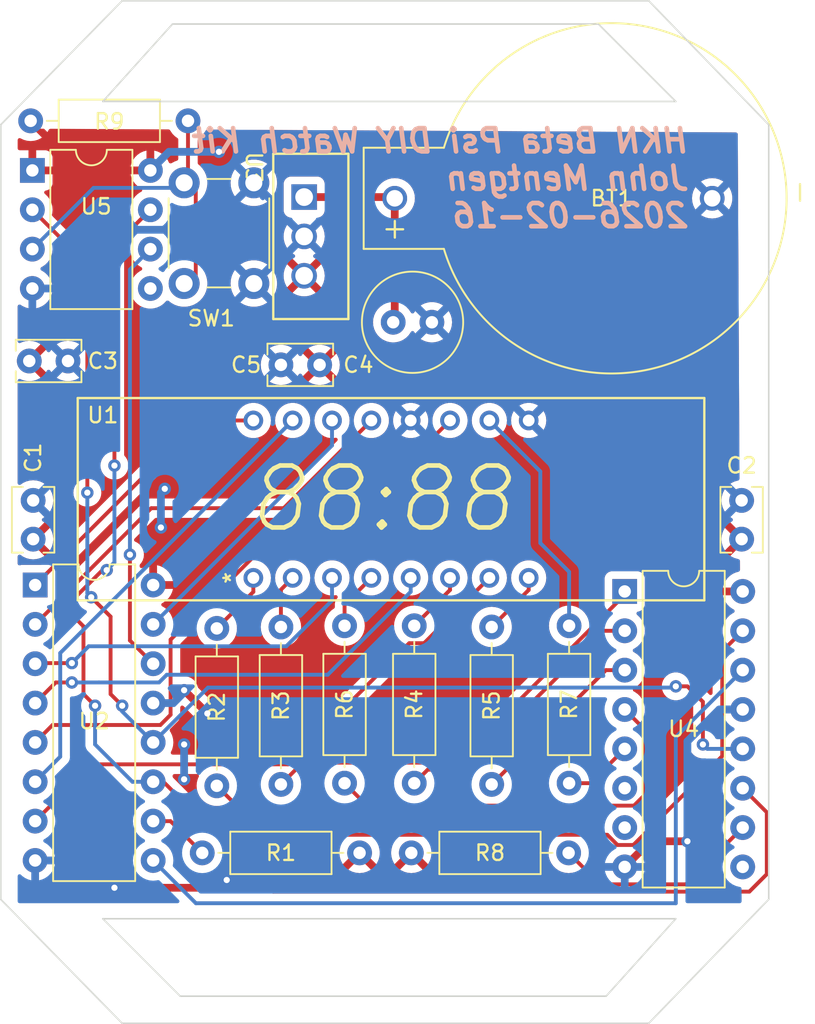
<source format=kicad_pcb>
(kicad_pcb (version 20221018) (generator pcbnew)
  (layers (0 "F.Cu" signal) (31 "B.Cu" signal) (34 "B.Paste" user) (35 "F.Paste" user) (36 "B.SilkS" user "B.Silkscreen") (37 "F.SilkS" user "F.Silkscreen") (38 "B.Mask" user) (39 "F.Mask" user) (44 "Edge.Cuts" user))
  (net 0 "")
  (net 1 "GND")
  (net 2 "+5V")
  (net 3 "Net-(U2-~{SRCLR})")
  (net 4 "Net-(U1-D1_CA)")
  (net 5 "/LED_D1CA")
  (net 6 "Net-(U1-D2_CA)")
  (net 7 "/LED_D2CA")
  (net 8 "Net-(U1-D3_CA)")
  (net 9 "/LED_D3CA")
  (net 10 "Net-(U1-D4_CA)")
  (net 11 "/LED_D4CA")
  (net 12 "Net-(U1-L1,2A)")
  (net 13 "/LED_L1,2A")
  (net 14 "Net-(U1-L3A)")
  (net 15 "/LED_L3A")
  (net 16 "Net-(U4-~{SRCLR})")
  (net 17 "/LED_nD")
  (net 18 "/LED_nE")
  (net 19 "/LED_nDP")
  (net 20 "/LED_nF")
  (net 21 "/LED_nC")
  (net 22 "/LED_nA")
  (net 23 "/LED_nG")
  (net 24 "/LED_nB")
  (net 25 "/SR_SEG_OUT")
  (net 26 "/uC_USCK")
  (net 27 "/uC_RCLK")
  (net 28 "/uC_DO")
  (net 32 "/uC_nUSR")
  (net 33 "/uC_DI")
  (net 34 "/VBATT")
  (footprint "Capacitor_THT:C_Rect_L4.0mm_W2.5mm_P2.50mm" (layer "F.Cu") (at 124 77.5)
    (fp_text reference "C3" (at 4.75 0) (layer "F.SilkS"))
    (fp_text value "100n")
    (fp_line (start -0.87 -1.37) (end -0.87 -0.665) (stroke (width 0.12)) (layer "F.SilkS"))
    (fp_line (start -0.87 -1.37) (end 3.37 -1.37) (stroke (width 0.12)) (layer "F.SilkS"))
    (fp_line (start -0.87 0.665) (end -0.87 1.37) (stroke (width 0.12)) (layer "F.SilkS"))
    (fp_line (start -0.87 1.37) (end 3.37 1.37) (stroke (width 0.12)) (layer "F.SilkS"))
    (fp_line (start 3.37 -1.37) (end 3.37 -0.665) (stroke (width 0.12)) (layer "F.SilkS"))
    (fp_line (start 3.37 0.665) (end 3.37 1.37) (stroke (width 0.12)) (layer "F.SilkS"))
    (pad "1" thru_hole circle (at 0 0) (size 1.6 1.6) (drill 0.8) (layers "*.Cu" "*.Mask") (net 2 "+5V"))
    (pad "2" thru_hole circle (at 2.5 0) (size 1.6 1.6) (drill 0.8) (layers "*.Cu" "*.Mask") (net 1 "GND"))
  )
  (footprint "Capacitor_THT:C_Radial_D6.3mm_H7.0mm_P2.50mm" (layer "F.Cu") (at 147.5 75)
    (fp_text reference "C4" (at -2.25 2.75 -360) (layer "F.SilkS"))
    (fp_text value "330n")
    (fp_circle (center 1.25 0) (end 4.52 0) (stroke (width 0.12)) (fill none) (layer "F.SilkS"))
    (pad "1" thru_hole circle (at 0 0) (size 1.6 1.6) (drill 0.8) (layers "*.Cu" "*.Mask") (net 34 "/VBATT"))
    (pad "2" thru_hole circle (at 2.5 0) (size 1.6 1.6) (drill 0.8) (layers "*.Cu" "*.Mask") (net 1 "GND"))
  )
  (footprint "Resistor_THT:R_Axial_DIN0207_L6.3mm_D2.5mm_P10.16mm_Horizontal" (layer "F.Cu") (at 124.09 62)
    (fp_text reference "R9" (at 5.08 0.05) (layer "F.SilkS"))
    (fp_text value "1k")
    (fp_line (start 1.04 0) (end 1.81 0) (stroke (width 0.12)) (layer "F.SilkS"))
    (fp_line (start 1.81 -1.37) (end 1.81 1.37) (stroke (width 0.12)) (layer "F.SilkS"))
    (fp_line (start 1.81 1.37) (end 8.35 1.37) (stroke (width 0.12)) (layer "F.SilkS"))
    (fp_line (start 8.35 -1.37) (end 1.81 -1.37) (stroke (width 0.12)) (layer "F.SilkS"))
    (fp_line (start 8.35 1.37) (end 8.35 -1.37) (stroke (width 0.12)) (layer "F.SilkS"))
    (fp_line (start 9.12 0) (end 8.35 0) (stroke (width 0.12)) (layer "F.SilkS"))
    (pad "1" thru_hole circle (at 0 0) (size 1.6 1.6) (drill 0.8) (layers "*.Cu" "*.Mask") (net 2 "+5V"))
    (pad "2" thru_hole oval (at 10.16 0) (size 1.6 1.6) (drill 0.8) (layers "*.Cu" "*.Mask") (net 32 "/uC_nUSR"))
  )
  (footprint "Resistor_THT:R_Axial_DIN0207_L6.3mm_D2.5mm_P10.16mm_Horizontal" (layer "F.Cu") (at 136.11 94.76 -90)
    (fp_text reference "R2" (at 5.08 0 90) (layer "F.SilkS"))
    (fp_text value "1k")
    (fp_line (start 1.04 0) (end 1.81 0) (stroke (width 0.12)) (layer "F.SilkS"))
    (fp_line (start 1.81 -1.37) (end 1.81 1.37) (stroke (width 0.12)) (layer "F.SilkS"))
    (fp_line (start 1.81 1.37) (end 8.35 1.37) (stroke (width 0.12)) (layer "F.SilkS"))
    (fp_line (start 8.35 -1.37) (end 1.81 -1.37) (stroke (width 0.12)) (layer "F.SilkS"))
    (fp_line (start 8.35 1.37) (end 8.35 -1.37) (stroke (width 0.12)) (layer "F.SilkS"))
    (fp_line (start 9.12 0) (end 8.35 0) (stroke (width 0.12)) (layer "F.SilkS"))
    (pad "1" thru_hole circle (at 0 0 270) (size 1.6 1.6) (drill 0.8) (layers "*.Cu" "*.Mask") (net 4 "Net-(U1-D1_CA)"))
    (pad "2" thru_hole oval (at 10.16 0 270) (size 1.6 1.6) (drill 0.8) (layers "*.Cu" "*.Mask") (net 5 "/LED_D1CA"))
  )
  (footprint "Capacitor_THT:C_Rect_L4.0mm_W2.5mm_P2.50mm" (layer "F.Cu") (at 142.75 77.75 180)
    (fp_text reference "C5" (at 4.75 0) (layer "F.SilkS"))
    (fp_text value "100n")
    (fp_line (start -0.87 -1.37) (end -0.87 -0.665) (stroke (width 0.12)) (layer "F.SilkS"))
    (fp_line (start -0.87 -1.37) (end 3.37 -1.37) (stroke (width 0.12)) (layer "F.SilkS"))
    (fp_line (start -0.87 0.665) (end -0.87 1.37) (stroke (width 0.12)) (layer "F.SilkS"))
    (fp_line (start -0.87 1.37) (end 3.37 1.37) (stroke (width 0.12)) (layer "F.SilkS"))
    (fp_line (start 3.37 -1.37) (end 3.37 -0.665) (stroke (width 0.12)) (layer "F.SilkS"))
    (fp_line (start 3.37 0.665) (end 3.37 1.37) (stroke (width 0.12)) (layer "F.SilkS"))
    (pad "1" thru_hole circle (at 0 0 180) (size 1.6 1.6) (drill 0.8) (layers "*.Cu" "*.Mask") (net 2 "+5V"))
    (pad "2" thru_hole circle (at 2.5 0 180) (size 1.6 1.6) (drill 0.8) (layers "*.Cu" "*.Mask") (net 1 "GND"))
  )
  (footprint "Resistor_THT:R_Axial_DIN0207_L6.3mm_D2.5mm_P10.16mm_Horizontal" (layer "F.Cu") (at 144.36 94.59 -90)
    (fp_text reference "R6" (at 5.08 0 90) (layer "F.SilkS"))
    (fp_text value "1k")
    (fp_line (start 1.04 0) (end 1.81 0) (stroke (width 0.12)) (layer "F.SilkS"))
    (fp_line (start 1.81 -1.37) (end 1.81 1.37) (stroke (width 0.12)) (layer "F.SilkS"))
    (fp_line (start 1.81 1.37) (end 8.35 1.37) (stroke (width 0.12)) (layer "F.SilkS"))
    (fp_line (start 8.35 -1.37) (end 1.81 -1.37) (stroke (width 0.12)) (layer "F.SilkS"))
    (fp_line (start 8.35 1.37) (end 8.35 -1.37) (stroke (width 0.12)) (layer "F.SilkS"))
    (fp_line (start 9.12 0) (end 8.35 0) (stroke (width 0.12)) (layer "F.SilkS"))
    (pad "1" thru_hole circle (at 0 0 270) (size 1.6 1.6) (drill 0.8) (layers "*.Cu" "*.Mask") (net 12 "Net-(U1-L1,2A)"))
    (pad "2" thru_hole oval (at 10.16 0 270) (size 1.6 1.6) (drill 0.8) (layers "*.Cu" "*.Mask") (net 13 "/LED_L1,2A"))
  )
  (footprint "Display_7Segment:TDCG1060M_VIS" (layer "F.Cu") (at 138.47 91.5 90)
    (fp_text reference "U1" (at 10.5 -9.72 unlocked) (layer "F.SilkS"))
    (fp_text value "TDCR1050M")
    (fp_text user "*" (at 0 -1.397 90) (layer "F.SilkS"))
    (fp_line (start -1.4478 -11.3411) (end -1.4478 29.1211) (stroke (width 0.1524)) (layer "F.SilkS"))
    (fp_line (start -1.4478 29.1211) (end 11.6078 29.1211) (stroke (width 0.1524)) (layer "F.SilkS"))
    (fp_line (start 11.6078 -11.3411) (end -1.4478 -11.3411) (stroke (width 0.1524)) (layer "F.SilkS"))
    (fp_line (start 11.6078 29.1211) (end 11.6078 -11.3411) (stroke (width 0.1524)) (layer "F.SilkS"))
    (pad "1" thru_hole circle (at 0 0 90) (size 1.27 1.27) (drill 0.762) (layers "*.Cu" "*.Mask") (net 4 "Net-(U1-D1_CA)"))
    (pad "2" thru_hole circle (at 0 2.54 90) (size 1.27 1.27) (drill 0.762) (layers "*.Cu" "*.Mask") (net 6 "Net-(U1-D2_CA)"))
    (pad "3" thru_hole circle (at 0 5.08 90) (size 1.27 1.27) (drill 0.762) (layers "*.Cu" "*.Mask") (net 17 "/LED_nD"))
    (pad "4" thru_hole circle (at 0 7.62 90) (size 1.27 1.27) (drill 0.762) (layers "*.Cu" "*.Mask") (net 12 "Net-(U1-L1,2A)"))
    (pad "5" thru_hole circle (at 0 10.16 90) (size 1.27 1.27) (drill 0.762) (layers "*.Cu" "*.Mask") (net 18 "/LED_nE"))
    (pad "6" thru_hole circle (at 0 12.7 90) (size 1.27 1.27) (drill 0.762) (layers "*.Cu" "*.Mask") (net 8 "Net-(U1-D3_CA)"))
    (pad "7" thru_hole circle (at 0 15.24 90) (size 1.27 1.27) (drill 0.762) (layers "*.Cu" "*.Mask") (net 19 "/LED_nDP"))
    (pad "8" thru_hole circle (at 0 17.78 90) (size 1.27 1.27) (drill 0.762) (layers "*.Cu" "*.Mask") (net 10 "Net-(U1-D4_CA)"))
    (pad "9" thru_hole circle (at 10.16 17.78 90) (size 1.27 1.27) (drill 0.762) (layers "*.Cu" "*.Mask") (net 1 "GND"))
    (pad "10" thru_hole circle (at 10.16 15.24 90) (size 1.27 1.27) (drill 0.762) (layers "*.Cu" "*.Mask") (net 14 "Net-(U1-L3A)"))
    (pad "11" thru_hole circle (at 10.16 12.7 90) (size 1.27 1.27) (drill 0.762) (layers "*.Cu" "*.Mask") (net 20 "/LED_nF"))
    (pad "12" thru_hole circle (at 10.16 10.16 90) (size 1.27 1.27) (drill 0.762) (layers "*.Cu" "*.Mask") (net 1 "GND"))
    (pad "13" thru_hole circle (at 10.16 7.62 90) (size 1.27 1.27) (drill 0.762) (layers "*.Cu" "*.Mask") (net 21 "/LED_nC"))
    (pad "14" thru_hole circle (at 10.16 5.08 90) (size 1.27 1.27) (drill 0.762) (layers "*.Cu" "*.Mask") (net 22 "/LED_nA"))
    (pad "15" thru_hole circle (at 10.16 2.54 90) (size 1.27 1.27) (drill 0.762) (layers "*.Cu" "*.Mask") (net 23 "/LED_nG"))
    (pad "16" thru_hole circle (at 10.16 0 90) (size 1.27 1.27) (drill 0.762) (layers "*.Cu" "*.Mask") (net 24 "/LED_nB"))
  )
  (footprint "Package_DIP:DIP-16_W7.62mm" (layer "F.Cu") (at 162.45 92.375)
    (fp_text reference "U4" (at 3.81 8.875) (layer "F.SilkS"))
    (fp_text value "74AHCT595")
    (fp_line (start 1.16 -1.33) (end 1.16 19.11) (stroke (width 0.12)) (layer "F.SilkS"))
    (fp_line (start 1.16 19.11) (end 6.46 19.11) (stroke (width 0.12)) (layer "F.SilkS"))
    (fp_line (start 2.81 -1.33) (end 1.16 -1.33) (stroke (width 0.12)) (layer "F.SilkS"))
    (fp_line (start 6.46 -1.33) (end 4.81 -1.33) (stroke (width 0.12)) (layer "F.SilkS"))
    (fp_line (start 6.46 19.11) (end 6.46 -1.33) (stroke (width 0.12)) (layer "F.SilkS"))
    (fp_arc (start 4.81 -1.33) (mid 3.81 -0.33) (end 2.81 -1.33) (stroke (width 0.12)) (layer "F.SilkS"))
    (pad "1" thru_hole rect (at 0 0) (size 1.6 1.6) (drill 0.8) (layers "*.Cu" "*.Mask") (net 7 "/LED_D2CA"))
    (pad "2" thru_hole oval (at 0 2.54) (size 1.6 1.6) (drill 0.8) (layers "*.Cu" "*.Mask") (net 9 "/LED_D3CA"))
    (pad "3" thru_hole oval (at 0 5.08) (size 1.6 1.6) (drill 0.8) (layers "*.Cu" "*.Mask") (net 11 "/LED_D4CA"))
    (pad "4" thru_hole oval (at 0 7.62) (size 1.6 1.6) (drill 0.8) (layers "*.Cu" "*.Mask") (net 13 "/LED_L1,2A"))
    (pad "5" thru_hole oval (at 0 10.16) (size 1.6 1.6) (drill 0.8) (layers "*.Cu" "*.Mask") (net 15 "/LED_L3A"))
    (pad "6" thru_hole oval (at 0 12.7) (size 1.6 1.6) (drill 0.8) (layers "*.Cu" "*.Mask"))
    (pad "7" thru_hole oval (at 0 15.24) (size 1.6 1.6) (drill 0.8) (layers "*.Cu" "*.Mask"))
    (pad "8" thru_hole oval (at 0 17.78) (size 1.6 1.6) (drill 0.8) (layers "*.Cu" "*.Mask") (net 1 "GND"))
    (pad "9" thru_hole oval (at 7.62 17.78) (size 1.6 1.6) (drill 0.8) (layers "*.Cu" "*.Mask"))
    (pad "10" thru_hole oval (at 7.62 15.24) (size 1.6 1.6) (drill 0.8) (layers "*.Cu" "*.Mask") (net 16 "Net-(U4-~{SRCLR})"))
    (pad "11" thru_hole oval (at 7.62 12.7) (size 1.6 1.6) (drill 0.8) (layers "*.Cu" "*.Mask") (net 26 "/uC_USCK"))
    (pad "12" thru_hole oval (at 7.62 10.16) (size 1.6 1.6) (drill 0.8) (layers "*.Cu" "*.Mask") (net 27 "/uC_RCLK"))
    (pad "13" thru_hole oval (at 7.62 7.62) (size 1.6 1.6) (drill 0.8) (layers "*.Cu" "*.Mask") (net 1 "GND"))
    (pad "14" thru_hole oval (at 7.62 5.08) (size 1.6 1.6) (drill 0.8) (layers "*.Cu" "*.Mask") (net 25 "/SR_SEG_OUT"))
    (pad "15" thru_hole oval (at 7.62 2.54) (size 1.6 1.6) (drill 0.8) (layers "*.Cu" "*.Mask") (net 5 "/LED_D1CA"))
    (pad "16" thru_hole oval (at 7.62 0) (size 1.6 1.6) (drill 0.8) (layers "*.Cu" "*.Mask") (net 2 "+5V"))
  )
  (footprint "Package_DIP:DIP-8_W7.62mm" (layer "F.Cu") (at 124.2 65.2)
    (fp_text reference "U5" (at 4.12 2.33) (layer "F.SilkS"))
    (fp_text value "ATtiny85-20P")
    (fp_line (start 1.16 -1.33) (end 1.16 8.95) (stroke (width 0.12)) (layer "F.SilkS"))
    (fp_line (start 1.16 8.95) (end 6.46 8.95) (stroke (width 0.12)) (layer "F.SilkS"))
    (fp_line (start 2.81 -1.33) (end 1.16 -1.33) (stroke (width 0.12)) (layer "F.SilkS"))
    (fp_line (start 6.46 -1.33) (end 4.81 -1.33) (stroke (width 0.12)) (layer "F.SilkS"))
    (fp_line (start 6.46 8.95) (end 6.46 -1.33) (stroke (width 0.12)) (layer "F.SilkS"))
    (fp_arc (start 4.81 -1.33) (mid 3.81 -0.33) (end 2.81 -1.33) (stroke (width 0.12)) (layer "F.SilkS"))
    (pad "1" thru_hole rect (at 0 0) (size 1.6 1.6) (drill 0.8) (layers "*.Cu" "*.Mask") (net 2 "+5V"))
    (pad "2" thru_hole oval (at 0 2.54) (size 1.6 1.6) (drill 0.8) (layers "*.Cu" "*.Mask") (net 27 "/uC_RCLK"))
    (pad "3" thru_hole oval (at 0 5.08) (size 1.6 1.6) (drill 0.8) (layers "*.Cu" "*.Mask") (net 32 "/uC_nUSR"))
    (pad "4" thru_hole oval (at 0 7.62) (size 1.6 1.6) (drill 0.8) (layers "*.Cu" "*.Mask") (net 1 "GND"))
    (pad "5" thru_hole oval (at 7.62 7.62) (size 1.6 1.6) (drill 0.8) (layers "*.Cu" "*.Mask") (net 33 "/uC_DI"))
    (pad "6" thru_hole oval (at 7.62 5.08) (size 1.6 1.6) (drill 0.8) (layers "*.Cu" "*.Mask") (net 28 "/uC_DO"))
    (pad "7" thru_hole oval (at 7.62 2.54) (size 1.6 1.6) (drill 0.8) (layers "*.Cu" "*.Mask") (net 26 "/uC_USCK"))
    (pad "8" thru_hole oval (at 7.62 0) (size 1.6 1.6) (drill 0.8) (layers "*.Cu" "*.Mask") (net 2 "+5V"))
  )
  (footprint "3rd Party Footprints:TO-220_STM" (layer "F.Cu") (at 141.75 66.92 -90)
    (fp_text reference "U3" (at -1.92 3.25 -90 unlocked) (layer "F.SilkS"))
    (fp_text value "L78M05ABV")
    (fp_line (start -2.794 -2.8575) (end -2.794 1.9939) (stroke (width 0.1524)) (layer "F.SilkS"))
    (fp_line (start -2.794 1.9939) (end 7.874 1.9939) (stroke (width 0.1524)) (layer "F.SilkS"))
    (fp_line (start 7.874 -2.8575) (end -2.794 -2.8575) (stroke (width 0.1524)) (layer "F.SilkS"))
    (fp_line (start 7.874 1.9939) (end 7.874 -2.8575) (stroke (width 0.1524)) (layer "F.SilkS"))
    (pad "1" thru_hole rect (at 0 0 270) (size 1.651 1.651) (drill 1.143) (layers "*.Cu" "*.Mask") (net 34 "/VBATT"))
    (pad "2" thru_hole circle (at 2.54 0 270) (size 1.651 1.651) (drill 1.143) (layers "*.Cu" "*.Mask") (net 1 "GND"))
    (pad "3" thru_hole circle (at 5.08 0 270) (size 1.651 1.651) (drill 1.143) (layers "*.Cu" "*.Mask") (net 2 "+5V"))
  )
  (footprint "Resistor_THT:R_Axial_DIN0207_L6.3mm_D2.5mm_P10.16mm_Horizontal" (layer "F.Cu") (at 145.33 109.25 180)
    (fp_text reference "R1" (at 5.08 0) (layer "F.SilkS"))
    (fp_text value "1k")
    (fp_line (start 1.04 0) (end 1.81 0) (stroke (width 0.12)) (layer "F.SilkS"))
    (fp_line (start 1.81 -1.37) (end 1.81 1.37) (stroke (width 0.12)) (layer "F.SilkS"))
    (fp_line (start 1.81 1.37) (end 8.35 1.37) (stroke (width 0.12)) (layer "F.SilkS"))
    (fp_line (start 8.35 -1.37) (end 1.81 -1.37) (stroke (width 0.12)) (layer "F.SilkS"))
    (fp_line (start 8.35 1.37) (end 8.35 -1.37) (stroke (width 0.12)) (layer "F.SilkS"))
    (fp_line (start 9.12 0) (end 8.35 0) (stroke (width 0.12)) (layer "F.SilkS"))
    (pad "1" thru_hole circle (at 0 0 180) (size 1.6 1.6) (drill 0.8) (layers "*.Cu" "*.Mask") (net 2 "+5V"))
    (pad "2" thru_hole oval (at 10.16 0 180) (size 1.6 1.6) (drill 0.8) (layers "*.Cu" "*.Mask") (net 3 "Net-(U2-~{SRCLR})"))
  )
  (footprint "Capacitor_THT:C_Rect_L4.0mm_W2.5mm_P2.50mm" (layer "F.Cu") (at 170 89 90)
    (fp_text reference "C2" (at 4.75 0) (layer "F.SilkS"))
    (fp_text value "100n")
    (fp_line (start -0.87 -1.37) (end -0.87 -0.665) (stroke (width 0.12)) (layer "F.SilkS"))
    (fp_line (start -0.87 -1.37) (end 3.37 -1.37) (stroke (width 0.12)) (layer "F.SilkS"))
    (fp_line (start -0.87 0.665) (end -0.87 1.37) (stroke (width 0.12)) (layer "F.SilkS"))
    (fp_line (start -0.87 1.37) (end 3.37 1.37) (stroke (width 0.12)) (layer "F.SilkS"))
    (fp_line (start 3.37 -1.37) (end 3.37 -0.665) (stroke (width 0.12)) (layer "F.SilkS"))
    (fp_line (start 3.37 0.665) (end 3.37 1.37) (stroke (width 0.12)) (layer "F.SilkS"))
    (pad "1" thru_hole circle (at 0 0 90) (size 1.6 1.6) (drill 0.8) (layers "*.Cu" "*.Mask") (net 2 "+5V"))
    (pad "2" thru_hole circle (at 2.5 0 90) (size 1.6 1.6) (drill 0.8) (layers "*.Cu" "*.Mask") (net 1 "GND"))
  )
  (footprint "Resistor_THT:R_Axial_DIN0207_L6.3mm_D2.5mm_P10.16mm_Horizontal" (layer "F.Cu") (at 148.86 94.59 -90)
    (fp_text reference "R4" (at 5.08 0 90) (layer "F.SilkS"))
    (fp_text value "1k")
    (fp_line (start 1.04 0) (end 1.81 0) (stroke (width 0.12)) (layer "F.SilkS"))
    (fp_line (start 1.81 -1.37) (end 1.81 1.37) (stroke (width 0.12)) (layer "F.SilkS"))
    (fp_line (start 1.81 1.37) (end 8.35 1.37) (stroke (width 0.12)) (layer "F.SilkS"))
    (fp_line (start 8.35 -1.37) (end 1.81 -1.37) (stroke (width 0.12)) (layer "F.SilkS"))
    (fp_line (start 8.35 1.37) (end 8.35 -1.37) (stroke (width 0.12)) (layer "F.SilkS"))
    (fp_line (start 9.12 0) (end 8.35 0) (stroke (width 0.12)) (layer "F.SilkS"))
    (pad "1" thru_hole circle (at 0 0 270) (size 1.6 1.6) (drill 0.8) (layers "*.Cu" "*.Mask") (net 8 "Net-(U1-D3_CA)"))
    (pad "2" thru_hole oval (at 10.16 0 270) (size 1.6 1.6) (drill 0.8) (layers "*.Cu" "*.Mask") (net 9 "/LED_D3CA"))
  )
  (footprint "3rd Party Footprints:BAT_BH800S" (layer "F.Cu") (at 161.6 67 -90)
    (fp_text reference "BT1" (at 0.000142 0.000834 -180) (layer "F.SilkS"))
    (fp_text value "BH800S")
    (fp_text user "+" (at 2 14.1 90) (layer "F.SilkS") (effects (font (size 1.4 1.4))))
    (fp_text user "-" (at -0.381 -12.065 90) (layer "F.SilkS") (effects (font (size 1.4 1.4))))
    (fp_line (start -3.265 10.825) (end -3.265 16.005) (stroke (width 0.127)) (layer "F.SilkS"))
    (fp_line (start -3.265 16.005) (end 3.265 16.005) (stroke (width 0.127)) (layer "F.SilkS"))
    (fp_line (start 3.265 16.005) (end 3.265 10.825) (stroke (width 0.127)) (layer "F.SilkS"))
    (fp_arc (start -3.265 10.825) (mid -11.1849 -1.649334) (end -0.000001 -11.304999) (stroke (width 0.127)) (layer "F.SilkS"))
    (fp_arc (start 0.000001 -11.304999) (mid 11.1849 -1.649334) (end 3.265 10.825) (stroke (width 0.127)) (layer "F.SilkS"))
    (pad "+" thru_hole circle (at 0 14 270) (size 1.6002 1.6002) (drill 1.0668) (layers "*.Cu" "*.Mask") (net 34 "/VBATT"))
    (pad "-" thru_hole circle (at 0 -6.5 270) (size 1.6002 1.6002) (drill 1.0668) (layers "*.Cu" "*.Mask") (net 1 "GND"))
  )
  (footprint "Resistor_THT:R_Axial_DIN0207_L6.3mm_D2.5mm_P10.16mm_Horizontal" (layer "F.Cu") (at 153.86 94.67 -90)
    (fp_text reference "R5" (at 5.08 0 90) (layer "F.SilkS"))
    (fp_text value "1k")
    (fp_line (start 1.04 0) (end 1.81 0) (stroke (width 0.12)) (layer "F.SilkS"))
    (fp_line (start 1.81 -1.37) (end 1.81 1.37) (stroke (width 0.12)) (layer "F.SilkS"))
    (fp_line (start 1.81 1.37) (end 8.35 1.37) (stroke (width 0.12)) (layer "F.SilkS"))
    (fp_line (start 8.35 -1.37) (end 1.81 -1.37) (stroke (width 0.12)) (layer "F.SilkS"))
    (fp_line (start 8.35 1.37) (end 8.35 -1.37) (stroke (width 0.12)) (layer "F.SilkS"))
    (fp_line (start 9.12 0) (end 8.35 0) (stroke (width 0.12)) (layer "F.SilkS"))
    (pad "1" thru_hole circle (at 0 0 270) (size 1.6 1.6) (drill 0.8) (layers "*.Cu" "*.Mask") (net 10 "Net-(U1-D4_CA)"))
    (pad "2" thru_hole oval (at 10.16 0 270) (size 1.6 1.6) (drill 0.8) (layers "*.Cu" "*.Mask") (net 11 "/LED_D4CA"))
  )
  (footprint "Resistor_THT:R_Axial_DIN0207_L6.3mm_D2.5mm_P10.16mm_Horizontal" (layer "F.Cu") (at 158.86 94.59 -90)
    (fp_text reference "R7" (at 5.08 0 90) (layer "F.SilkS"))
    (fp_text value "1k")
    (fp_line (start 1.04 0) (end 1.81 0) (stroke (width 0.12)) (layer "F.SilkS"))
    (fp_line (start 1.81 -1.37) (end 1.81 1.37) (stroke (width 0.12)) (layer "F.SilkS"))
    (fp_line (start 1.81 1.37) (end 8.35 1.37) (stroke (width 0.12)) (layer "F.SilkS"))
    (fp_line (start 8.35 -1.37) (end 1.81 -1.37) (stroke (width 0.12)) (layer "F.SilkS"))
    (fp_line (start 8.35 1.37) (end 8.35 -1.37) (stroke (width 0.12)) (layer "F.SilkS"))
    (fp_line (start 9.12 0) (end 8.35 0) (stroke (width 0.12)) (layer "F.SilkS"))
    (pad "1" thru_hole circle (at 0 0 270) (size 1.6 1.6) (drill 0.8) (layers "*.Cu" "*.Mask") (net 14 "Net-(U1-L3A)"))
    (pad "2" thru_hole oval (at 10.16 0 270) (size 1.6 1.6) (drill 0.8) (layers "*.Cu" "*.Mask") (net 15 "/LED_L3A"))
  )
  (footprint "Package_DIP:DIP-16_W7.62mm" (layer "F.Cu") (at 124.38 91.96)
    (fp_text reference "U2" (at 3.81 8.79) (layer "F.SilkS"))
    (fp_text value "74AHCT595")
    (fp_line (start 1.16 -1.33) (end 1.16 19.11) (stroke (width 0.12)) (layer "F.SilkS"))
    (fp_line (start 1.16 19.11) (end 6.46 19.11) (stroke (width 0.12)) (layer "F.SilkS"))
    (fp_line (start 2.81 -1.33) (end 1.16 -1.33) (stroke (width 0.12)) (layer "F.SilkS"))
    (fp_line (start 6.46 -1.33) (end 4.81 -1.33) (stroke (width 0.12)) (layer "F.SilkS"))
    (fp_line (start 6.46 19.11) (end 6.46 -1.33) (stroke (width 0.12)) (layer "F.SilkS"))
    (fp_arc (start 4.81 -1.33) (mid 3.81 -0.33) (end 2.81 -1.33) (stroke (width 0.12)) (layer "F.SilkS"))
    (pad "1" thru_hole rect (at 0 0) (size 1.6 1.6) (drill 0.8) (layers "*.Cu" "*.Mask") (net 24 "/LED_nB"))
    (pad "2" thru_hole oval (at 0 2.54) (size 1.6 1.6) (drill 0.8) (layers "*.Cu" "*.Mask") (net 21 "/LED_nC"))
    (pad "3" thru_hole oval (at 0 5.08) (size 1.6 1.6) (drill 0.8) (layers "*.Cu" "*.Mask") (net 17 "/LED_nD"))
    (pad "4" thru_hole oval (at 0 7.62) (size 1.6 1.6) (drill 0.8) (layers "*.Cu" "*.Mask") (net 18 "/LED_nE"))
    (pad "5" thru_hole oval (at 0 10.16) (size 1.6 1.6) (drill 0.8) (layers "*.Cu" "*.Mask") (net 20 "/LED_nF"))
    (pad "6" thru_hole oval (at 0 12.7) (size 1.6 1.6) (drill 0.8) (layers "*.Cu" "*.Mask") (net 23 "/LED_nG"))
    (pad "7" thru_hole oval (at 0 15.24) (size 1.6 1.6) (drill 0.8) (layers "*.Cu" "*.Mask") (net 19 "/LED_nDP"))
    (pad "8" thru_hole oval (at 0 17.78) (size 1.6 1.6) (drill 0.8) (layers "*.Cu" "*.Mask") (net 1 "GND"))
    (pad "9" thru_hole oval (at 7.62 17.78) (size 1.6 1.6) (drill 0.8) (layers "*.Cu" "*.Mask") (net 25 "/SR_SEG_OUT"))
    (pad "10" thru_hole oval (at 7.62 15.24) (size 1.6 1.6) (drill 0.8) (layers "*.Cu" "*.Mask") (net 3 "Net-(U2-~{SRCLR})"))
    (pad "11" thru_hole oval (at 7.62 12.7) (size 1.6 1.6) (drill 0.8) (layers "*.Cu" "*.Mask") (net 26 "/uC_USCK"))
    (pad "12" thru_hole oval (at 7.62 10.16) (size 1.6 1.6) (drill 0.8) (layers "*.Cu" "*.Mask") (net 27 "/uC_RCLK"))
    (pad "13" thru_hole oval (at 7.62 7.62) (size 1.6 1.6) (drill 0.8) (layers "*.Cu" "*.Mask") (net 1 "GND"))
    (pad "14" thru_hole oval (at 7.62 5.08) (size 1.6 1.6) (drill 0.8) (layers "*.Cu" "*.Mask") (net 28 "/uC_DO"))
    (pad "15" thru_hole oval (at 7.62 2.54) (size 1.6 1.6) (drill 0.8) (layers "*.Cu" "*.Mask") (net 22 "/LED_nA"))
    (pad "16" thru_hole oval (at 7.62 0) (size 1.6 1.6) (drill 0.8) (layers "*.Cu" "*.Mask") (net 2 "+5V"))
  )
  (footprint "Button_Switch_THT:SW_PUSH_6mm" (layer "F.Cu") (at 134 72.5 90)
    (fp_text reference "SW1" (at -2.25 1.75 180) (layer "F.SilkS"))
    (fp_text value "SW_SPST")
    (fp_line (start -0.25 1.5) (end -0.25 3) (stroke (width 0.12)) (layer "F.SilkS"))
    (fp_line (start 1 5.5) (end 5.5 5.5) (stroke (width 0.12)) (layer "F.SilkS"))
    (fp_line (start 5.5 -1) (end 1 -1) (stroke (width 0.12)) (layer "F.SilkS"))
    (fp_line (start 6.75 3) (end 6.75 1.5) (stroke (width 0.12)) (layer "F.SilkS"))
    (pad "1" thru_hole circle (at 0 0 180) (size 2 2) (drill 1.1) (layers "*.Cu" "*.Mask") (net 32 "/uC_nUSR"))
    (pad "1" thru_hole circle (at 6.5 0 180) (size 2 2) (drill 1.1) (layers "*.Cu" "*.Mask") (net 32 "/uC_nUSR"))
    (pad "2" thru_hole circle (at 0 4.5 180) (size 2 2) (drill 1.1) (layers "*.Cu" "*.Mask") (net 1 "GND"))
    (pad "2" thru_hole circle (at 6.5 4.5 180) (size 2 2) (drill 1.1) (layers "*.Cu" "*.Mask") (net 1 "GND"))
  )
  (footprint "Resistor_THT:R_Axial_DIN0207_L6.3mm_D2.5mm_P10.16mm_Horizontal" (layer "F.Cu") (at 148.67 109.25)
    (fp_text reference "R8" (at 5.08 0) (layer "F.SilkS"))
    (fp_text value "1k")
    (fp_line (start 1.04 0) (end 1.81 0) (stroke (width 0.12)) (layer "F.SilkS"))
    (fp_line (start 1.81 -1.37) (end 1.81 1.37) (stroke (width 0.12)) (layer "F.SilkS"))
    (fp_line (start 1.81 1.37) (end 8.35 1.37) (stroke (width 0.12)) (layer "F.SilkS"))
    (fp_line (start 8.35 -1.37) (end 1.81 -1.37) (stroke (width 0.12)) (layer "F.SilkS"))
    (fp_line (start 8.35 1.37) (end 8.35 -1.37) (stroke (width 0.12)) (layer "F.SilkS"))
    (fp_line (start 9.12 0) (end 8.35 0) (stroke (width 0.12)) (layer "F.SilkS"))
    (pad "1" thru_hole circle (at 0 0) (size 1.6 1.6) (drill 0.8) (layers "*.Cu" "*.Mask") (net 2 "+5V"))
    (pad "2" thru_hole oval (at 10.16 0) (size 1.6 1.6) (drill 0.8) (layers "*.Cu" "*.Mask") (net 16 "Net-(U4-~{SRCLR})"))
  )
  (footprint "Resistor_THT:R_Axial_DIN0207_L6.3mm_D2.5mm_P10.16mm_Horizontal" (layer "F.Cu") (at 140.25 94.67 -90)
    (fp_text reference "R3" (at 5.08 0 90) (layer "F.SilkS"))
    (fp_text value "1k")
    (fp_line (start 1.04 0) (end 1.81 0) (stroke (width 0.12)) (layer "F.SilkS"))
    (fp_line (start 1.81 -1.37) (end 1.81 1.37) (stroke (width 0.12)) (layer "F.SilkS"))
    (fp_line (start 1.81 1.37) (end 8.35 1.37) (stroke (width 0.12)) (layer "F.SilkS"))
    (fp_line (start 8.35 -1.37) (end 1.81 -1.37) (stroke (width 0.12)) (layer "F.SilkS"))
    (fp_line (start 8.35 1.37) (end 8.35 -1.37) (stroke (width 0.12)) (layer "F.SilkS"))
    (fp_line (start 9.12 0) (end 8.35 0) (stroke (width 0.12)) (layer "F.SilkS"))
    (pad "1" thru_hole circle (at 0 0 270) (size 1.6 1.6) (drill 0.8) (layers "*.Cu" "*.Mask") (net 6 "Net-(U1-D2_CA)"))
    (pad "2" thru_hole oval (at 10.16 0 270) (size 1.6 1.6) (drill 0.8) (layers "*.Cu" "*.Mask") (net 7 "/LED_D2CA"))
  )
  (footprint "Capacitor_THT:C_Rect_L4.0mm_W2.5mm_P2.50mm" (layer "F.Cu") (at 124.25 89 90)
    (fp_text reference "C1" (at 5.25 0 90) (layer "F.SilkS"))
    (fp_text value "100n")
    (fp_line (start -0.87 -1.37) (end -0.87 -0.665) (stroke (width 0.12)) (layer "F.SilkS"))
    (fp_line (start -0.87 -1.37) (end 3.37 -1.37) (stroke (width 0.12)) (layer "F.SilkS"))
    (fp_line (start -0.87 0.665) (end -0.87 1.37) (stroke (width 0.12)) (layer "F.SilkS"))
    (fp_line (start -0.87 1.37) (end 3.37 1.37) (stroke (width 0.12)) (layer "F.SilkS"))
    (fp_line (start 3.37 -1.37) (end 3.37 -0.665) (stroke (width 0.12)) (layer "F.SilkS"))
    (fp_line (start 3.37 0.665) (end 3.37 1.37) (stroke (width 0.12)) (layer "F.SilkS"))
    (pad "1" thru_hole circle (at 0 0 90) (size 1.6 1.6) (drill 0.8) (layers "*.Cu" "*.Mask") (net 2 "+5V"))
    (pad "2" thru_hole circle (at 2.5 0 90) (size 1.6 1.6) (drill 0.8) (layers "*.Cu" "*.Mask") (net 1 "GND"))
  )
  (gr_line (start 171.75 112.25) (end 164 120.25) (stroke (width 0.1)) (layer "Edge.Cuts"))
  (gr_line (start 165.75 113.5) (end 128.75 113.5) (stroke (width 0.1)) (layer "Edge.Cuts"))
  (gr_line (start 128.75 113.5) (end 133.75 118.5) (stroke (width 0.1)) (layer "Edge.Cuts"))
  (gr_line (start 165.75 60.75) (end 160.75 55.75) (stroke (width 0.1)) (layer "Edge.Cuts"))
  (gr_line (start 171.75 62.25) (end 164 54.25) (stroke (width 0.1)) (layer "Edge.Cuts"))
  (gr_line (start 130 54.25) (end 164 54.25) (stroke (width 0.1)) (layer "Edge.Cuts"))
  (gr_line (start 128.75 60.75) (end 165.75 60.75) (stroke (width 0.1)) (layer "Edge.Cuts"))
  (gr_line (start 164 120.25) (end 130 120.25) (stroke (width 0.1)) (layer "Edge.Cuts"))
  (gr_line (start 171.75 62.25) (end 171.75 112.25) (stroke (width 0.1)) (layer "Edge.Cuts"))
  (gr_line (start 122.16 62.25) (end 122.16 112.25) (stroke (width 0.1)) (layer "Edge.Cuts"))
  (gr_line (start 165.75 113.5) (end 161.25 118.5) (stroke (width 0.1)) (layer "Edge.Cuts"))
  (gr_line (start 133.25 55.75) (end 160.75 55.75) (stroke (width 0.1)) (layer "Edge.Cuts"))
  (gr_line (start 128.75 60.75) (end 133.25 55.75) (stroke (width 0.1)) (layer "Edge.Cuts"))
  (gr_line (start 122.16 112.25) (end 130 120.25) (stroke (width 0.1)) (layer "Edge.Cuts"))
  (gr_line (start 161.25 118.5) (end 133.75 118.5) (stroke (width 0.1)) (layer "Edge.Cuts"))
  (gr_line (start 122.16 62.25) (end 130 54.25) (stroke (width 0.1)) (layer "Edge.Cuts"))
  (gr_text "HKN Beta Psi DIY Watch Kit\nJohn Mentgen\n2026-02-16" (at 166.75 69) (layer "B.SilkS") (effects (font (size 1.5 1.5) (thickness 0.3) bold italic) (justify left bottom mirror)))
  (gr_text "88:88" (at 138 88.75) (layer "F.SilkS") (effects (font (size 4 4) (thickness 0.3) bold italic) (justify left bottom)))
  (segment (start 166.5 108.5) (end 164.105 108.5) (width 0.5) (layer "F.Cu") (net 1))
  (segment (start 129.5 111.5) (end 136.25 111.5) (width 0.5) (layer "F.Cu") (net 1))
  (segment (start 164.105 108.5) (end 162.45 110.155) (width 0.5) (layer "F.Cu") (net 1))
  (segment (start 136.25 111.5) (end 136.75 111) (width 0.5) (layer "F.Cu") (net 1))
  (segment (start 134 98.75) (end 135.5 100.25) (width 0.5) (layer "F.Cu") (net 1))
  (via (at 129.5 111.5) (size 0.8) (drill 0.4) (layers "F.Cu" "B.Cu") (net 1))
  (via (at 136.75 111) (size 0.8) (drill 0.4) (layers "F.Cu" "B.Cu") (net 1))
  (via (at 166.5 108.5) (size 0.8) (drill 0.4) (layers "F.Cu" "B.Cu") (net 1))
  (via (at 135.5 100.25) (size 0.8) (drill 0.4) (layers "F.Cu" "B.Cu") (net 1))
  (via (at 134 98.75) (size 0.8) (drill 0.4) (layers "F.Cu" "B.Cu") (net 1))
  (segment (start 170.07 99.995) (end 168.552918 99.995) (width 0.5) (layer "B.Cu") (net 1))
  (segment (start 135.97 69.03) (end 136 69) (width 0.5) (layer "B.Cu") (net 1))
  (segment (start 128.5 69.25) (end 128.72 69.03) (width 0.5) (layer "B.Cu") (net 1))
  (segment (start 168.552918 99.995) (end 166.5 102.047918) (width 0.5) (layer "B.Cu") (net 1))
  (segment (start 166.5 102.047918) (end 166.5 108.5) (width 0.5) (layer "B.Cu") (net 1))
  (segment (start 128.72 69.03) (end 135.97 69.03) (width 0.5) (layer "B.Cu") (net 1))
  (segment (start 139.08 67) (end 139 66.92) (width 0.25) (layer "B.Cu") (net 1))
  (via (at 134 102.25) (size 0.8) (drill 0.4) (layers "F.Cu" "B.Cu") (net 2))
  (via (at 136.25 64) (size 0.8) (drill 0.4) (layers "F.Cu" "B.Cu") (net 2))
  (via (at 132.5 88.25) (size 0.8) (drill 0.4) (layers "F.Cu" "B.Cu") (net 2))
  (via (at 134 104.5) (size 0.8) (drill 0.4) (layers "F.Cu" "B.Cu") (net 2))
  (via (at 132.75 85.75) (size 0.8) (drill 0.4) (layers "F.Cu" "B.Cu") (net 2))
  (segment (start 133.02 64) (end 136.25 64) (width 0.5) (layer "B.Cu") (net 2))
  (segment (start 132.5 88.25) (end 132.5 86) (width 0.5) (layer "B.Cu") (net 2))
  (segment (start 132.5 86) (end 132.75 85.75) (width 0.5) (layer "B.Cu") (net 2))
  (segment (start 134 102.25) (end 134 104.5) (width 0.5) (layer "B.Cu") (net 2))
  (segment (start 131.82 65.2) (end 133.02 64) (width 0.5) (layer "B.Cu") (net 2))
  (segment (start 135.17 109.25) (end 133.12 107.2) (width 0.25) (layer "F.Cu") (net 3))
  (segment (start 133.12 107.2) (end 132 107.2) (width 0.25) (layer "F.Cu") (net 3))
  (segment (start 138.47 92.4) (end 138.47 91.5) (width 0.25) (layer "F.Cu") (net 4))
  (segment (start 136.11 94.76) (end 138.47 92.4) (width 0.25) (layer "F.Cu") (net 4))
  (segment (start 136.11 104.92) (end 139.270991 108.080991) (width 0.25) (layer "F.Cu") (net 5))
  (segment (start 139.270991 108.080991) (end 161.325 108.080991) (width 0.25) (layer "F.Cu") (net 5))
  (segment (start 161.325 108.080991) (end 161.984009 108.74) (width 0.25) (layer "F.Cu") (net 5))
  (segment (start 168.75 96.235) (end 170.07 94.915) (width 0.25) (layer "F.Cu") (net 5))
  (segment (start 161.984009 108.74) (end 163.01 108.74) (width 0.25) (layer "F.Cu") (net 5))
  (segment (start 168.75 103) (end 168.75 96.235) (width 0.25) (layer "F.Cu") (net 5))
  (segment (start 163.01 108.74) (end 168.75 103) (width 0.25) (layer "F.Cu") (net 5))
  (segment (start 140.25 94.67) (end 140.25 92.26) (width 0.25) (layer "F.Cu") (net 6))
  (segment (start 140.25 92.26) (end 141.01 91.5) (width 0.25) (layer "F.Cu") (net 6))
  (segment (start 140.25 104.83) (end 141.655 103.425) (width 0.25) (layer "F.Cu") (net 7))
  (segment (start 151.615991 103.425) (end 162.45 92.590991) (width 0.25) (layer "F.Cu") (net 7))
  (segment (start 162.45 92.590991) (end 162.45 92.375) (width 0.25) (layer "F.Cu") (net 7))
  (segment (start 141.655 103.425) (end 151.615991 103.425) (width 0.25) (layer "F.Cu") (net 7))
  (segment (start 148.86 94.59) (end 151.17 92.28) (width 0.25) (layer "F.Cu") (net 8))
  (segment (start 151.17 92.28) (end 151.17 91.5) (width 0.25) (layer "F.Cu") (net 8))
  (segment (start 148.86 104.75) (end 149.735 103.875) (width 0.25) (layer "F.Cu") (net 9))
  (segment (start 152.125 103.875) (end 161.085 94.915) (width 0.25) (layer "F.Cu") (net 9))
  (segment (start 161.085 94.915) (end 162.45 94.915) (width 0.25) (layer "F.Cu") (net 9))
  (segment (start 149.735 103.875) (end 152.125 103.875) (width 0.25) (layer "F.Cu") (net 9))
  (segment (start 156.25 92.28) (end 156.25 91.5) (width 0.25) (layer "F.Cu") (net 10))
  (segment (start 153.86 94.67) (end 156.25 92.28) (width 0.25) (layer "F.Cu") (net 10))
  (segment (start 153.86 104.83) (end 161.235 97.455) (width 0.25) (layer "F.Cu") (net 11))
  (segment (start 161.235 97.455) (end 162.45 97.455) (width 0.25) (layer "F.Cu") (net 11))
  (segment (start 144.36 93.23) (end 146.09 91.5) (width 0.25) (layer "F.Cu") (net 12))
  (segment (start 144.36 94.59) (end 144.36 93.23) (width 0.25) (layer "F.Cu") (net 12))
  (segment (start 163.75 105.5) (end 163.75 101.295) (width 0.25) (layer "F.Cu") (net 13))
  (segment (start 163.75 101.295) (end 162.45 99.995) (width 0.25) (layer "F.Cu") (net 13))
  (segment (start 144.36 104.75) (end 145.81 106.2) (width 0.25) (layer "F.Cu") (net 13))
  (segment (start 145.81 106.2) (end 163.05 106.2) (width 0.25) (layer "F.Cu") (net 13))
  (segment (start 163.05 106.2) (end 163.75 105.5) (width 0.25) (layer "F.Cu") (net 13))
  (segment (start 158.86 94.59) (end 158.86 91.11) (width 0.25) (layer "B.Cu") (net 14))
  (segment (start 157 84.63) (end 153.71 81.34) (width 0.25) (layer "B.Cu") (net 14))
  (segment (start 157 89.25) (end 157 84.63) (width 0.25) (layer "B.Cu") (net 14))
  (segment (start 158.86 91.11) (end 157 89.25) (width 0.25) (layer "B.Cu") (net 14))
  (segment (start 160.235 104.75) (end 162.45 102.535) (width 0.25) (layer "F.Cu") (net 15))
  (segment (start 158.86 104.75) (end 160.235 104.75) (width 0.25) (layer "F.Cu") (net 15))
  (segment (start 158.83 109.25) (end 160.86 111.28) (width 0.25) (layer "F.Cu") (net 16))
  (segment (start 160.86 111.28) (end 166.405 111.28) (width 0.25) (layer "F.Cu") (net 16))
  (segment (start 166.405 111.28) (end 170.07 107.615) (width 0.25) (layer "F.Cu") (net 16))
  (segment (start 124.42 97) (end 124.38 97.04) (width 0.25) (layer "F.Cu") (net 17))
  (segment (start 126.75 97) (end 124.42 97) (width 0.25) (layer "F.Cu") (net 17))
  (via (at 126.75 97) (size 0.8) (drill 0.4) (layers "F.Cu" "B.Cu") (net 17))
  (segment (start 143.55 92.960991) (end 140.595991 95.915) (width 0.25) (layer "B.Cu") (net 17))
  (segment (start 143.55 91.5) (end 143.55 92.960991) (width 0.25) (layer "B.Cu") (net 17))
  (segment (start 140.595991 95.915) (end 127.835 95.915) (width 0.25) (layer "B.Cu") (net 17))
  (segment (start 127.835 95.915) (end 126.75 97) (width 0.25) (layer "B.Cu") (net 17))
  (segment (start 126.75 98.25) (end 125.71 98.25) (width 0.25) (layer "F.Cu") (net 18))
  (segment (start 125.71 98.25) (end 124.38 99.58) (width 0.25) (layer "F.Cu") (net 18))
  (via (at 126.75 98.25) (size 0.8) (drill 0.4) (layers "F.Cu" "B.Cu") (net 18))
  (segment (start 143.278025 97.75) (end 132.880991 97.75) (width 0.25) (layer "B.Cu") (net 18))
  (segment (start 132.880991 97.75) (end 132.380991 98.25) (width 0.25) (layer "B.Cu") (net 18))
  (segment (start 148.63 91.5) (end 148.63 92.398025) (width 0.25) (layer "B.Cu") (net 18))
  (segment (start 148.63 92.398025) (end 143.278025 97.75) (width 0.25) (layer "B.Cu") (net 18))
  (segment (start 128.5 98.25) (end 126.75 98.25) (width 0.25) (layer "B.Cu") (net 18))
  (segment (start 132.380991 98.25) (end 128.5 98.25) (width 0.25) (layer "B.Cu") (net 18))
  (segment (start 140.715 103.535) (end 148.535 95.715) (width 0.25) (layer "F.Cu") (net 19))
  (segment (start 149.495 95.715) (end 153.71 91.5) (width 0.25) (layer "F.Cu") (net 19))
  (segment (start 148.535 95.715) (end 149.495 95.715) (width 0.25) (layer "F.Cu") (net 19))
  (segment (start 124.38 107.2) (end 128.045 103.535) (width 0.25) (layer "F.Cu") (net 19))
  (segment (start 128.045 103.535) (end 140.715 103.535) (width 0.25) (layer "F.Cu") (net 19))
  (segment (start 133.125 95.487354) (end 133.125 100.335991) (width 0.25) (layer "F.Cu") (net 20))
  (segment (start 133.125 100.335991) (end 132.465991 100.995) (width 0.25) (layer "F.Cu") (net 20))
  (segment (start 151.17 81.34) (end 145.06 87.45) (width 0.25) (layer "F.Cu") (net 20))
  (segment (start 125.505 100.995) (end 124.38 102.12) (width 0.25) (layer "F.Cu") (net 20))
  (segment (start 145.06 87.45) (end 141.162354 87.45) (width 0.25) (layer "F.Cu") (net 20))
  (segment (start 132.465991 100.995) (end 125.505 100.995) (width 0.25) (layer "F.Cu") (net 20))
  (segment (start 141.162354 87.45) (end 133.125 95.487354) (width 0.25) (layer "F.Cu") (net 20))
  (segment (start 131.88 87) (end 124.38 94.5) (width 0.25) (layer "F.Cu") (net 21))
  (segment (start 146.09 81.34) (end 140.43 87) (width 0.25) (layer "F.Cu") (net 21))
  (segment (start 140.43 87) (end 131.88 87) (width 0.25) (layer "F.Cu") (net 21))
  (segment (start 143.55 82.95) (end 132 94.5) (width 0.25) (layer "B.Cu") (net 22))
  (segment (start 143.55 81.34) (end 143.55 82.95) (width 0.25) (layer "B.Cu") (net 22))
  (segment (start 141.01 81.34) (end 126 96.35) (width 0.25) (layer "B.Cu") (net 23))
  (segment (start 126 96.35) (end 126 103.04) (width 0.25) (layer "B.Cu") (net 23))
  (segment (start 126 103.04) (end 124.38 104.66) (width 0.25) (layer "B.Cu") (net 23))
  (segment (start 138.47 81.34) (end 135 81.34) (width 0.25) (layer "F.Cu") (net 24))
  (segment (start 135 81.34) (end 124.38 91.96) (width 0.25) (layer "F.Cu") (net 24))
  (segment (start 165.75 112.5) (end 165.75 101.775) (width 0.25) (layer "B.Cu") (net 25))
  (segment (start 134.76 112.5) (end 165.75 112.5) (width 0.25) (layer "B.Cu") (net 25))
  (segment (start 165.75 101.775) (end 170.07 97.455) (width 0.25) (layer "B.Cu") (net 25))
  (segment (start 132 109.74) (end 134.76 112.5) (width 0.25) (layer "B.Cu") (net 25))
  (segment (start 126.737347 93.862347) (end 126.737347 92.987347) (width 0.25) (layer "F.Cu") (net 26))
  (segment (start 127.5 94.625) (end 126.737347 93.862347) (width 0.25) (layer "F.Cu") (net 26))
  (segment (start 128.724694 91) (end 129 91) (width 0.25) (layer "F.Cu") (net 26))
  (segment (start 171.625 110.625) (end 170.5 111.75) (width 0.25) (layer "F.Cu") (net 26))
  (segment (start 126.737347 92.987347) (end 128.724694 91) (width 0.25) (layer "F.Cu") (net 26))
  (segment (start 170.5 111.75) (end 139.75 111.75) (width 0.25) (layer "F.Cu") (net 26))
  (segment (start 127.5 99) (end 127.5 94.625) (width 0.25) (layer "F.Cu") (net 26))
  (segment (start 171.625 106.63) (end 171.625 110.625) (width 0.25) (layer "F.Cu") (net 26))
  (segment (start 129.5 70.06) (end 131.82 67.74) (width 0.25) (layer "F.Cu") (net 26))
  (segment (start 139.75 111.75) (end 132.66 104.66) (width 0.25) (layer "F.Cu") (net 26))
  (segment (start 129.5 84.25) (end 129.5 70.06) (width 0.25) (layer "F.Cu") (net 26))
  (segment (start 128.25 99.75) (end 127.5 99) (width 0.25) (layer "F.Cu") (net 26))
  (segment (start 170.07 105.075) (end 171.625 106.63) (width 0.25) (layer "F.Cu") (net 26))
  (segment (start 132.66 104.66) (end 132 104.66) (width 0.25) (layer "F.Cu") (net 26))
  (via (at 129.5 84.25) (size 0.8) (drill 0.4) (layers "F.Cu" "B.Cu") (net 26))
  (via (at 129 91) (size 0.8) (drill 0.4) (layers "F.Cu" "B.Cu") (net 26))
  (via (at 128.25 99.75) (size 0.8) (drill 0.4) (layers "F.Cu" "B.Cu") (net 26))
  (segment (start 129.5 90.5) (end 129 91) (width 0.25) (layer "B.Cu") (net 26))
  (segment (start 130.66 104.66) (end 132 104.66) (width 0.25) (layer "B.Cu") (net 26))
  (segment (start 128.25 99.75) (end 128.25 102.25) (width 0.25) (layer "B.Cu") (net 26))
  (segment (start 129.5 84.25) (end 129.5 90.5) (width 0.25) (layer "B.Cu") (net 26))
  (segment (start 128.25 102.25) (end 130.66 104.66) (width 0.25) (layer "B.Cu") (net 26))
  (segment (start 166.5 98.5) (end 167.5 99.5) (width 0.25) (layer "F.Cu") (net 27))
  (segment (start 127.75 86) (end 127.75 71.29) (width 0.25) (layer "F.Cu") (net 27))
  (segment (start 130 99.75) (end 129.25 99) (width 0.25) (layer "F.Cu") (net 27))
  (segment (start 127.75 71.29) (end 124.2 67.74) (width 0.25) (layer "F.Cu") (net 27))
  (segment (start 129.25 94) (end 128 92.75) (width 0.25) (layer "F.Cu") (net 27))
  (segment (start 127.625 85.875) (end 127.75 86) (width 0.25) (layer "F.Cu") (net 27))
  (segment (start 129.25 99) (end 129.25 94) (width 0.25) (layer "F.Cu") (net 27))
  (segment (start 167.5 99.5) (end 167.5 102.25) (width 0.25) (layer "F.Cu") (net 27))
  (segment (start 165.75 98.5) (end 166.5 98.5) (width 0.25) (layer "F.Cu") (net 27))
  (via (at 165.75 98.5) (size 0.8) (drill 0.4) (layers "F.Cu" "B.Cu") (net 27))
  (via (at 127.75 86) (size 0.8) (drill 0.4) (layers "F.Cu" "B.Cu") (net 27))
  (via (at 128 92.75) (size 0.8) (drill 0.4) (layers "F.Cu" "B.Cu") (net 27))
  (via (at 130 99.75) (size 0.8) (drill 0.4) (layers "F.Cu" "B.Cu") (net 27))
  (via (at 167.5 102.25) (size 0.8) (drill 0.4) (layers "F.Cu" "B.Cu") (net 27))
  (segment (start 167.785 102.535) (end 170.07 102.535) (width 0.25) (layer "B.Cu") (net 27))
  (segment (start 165.67 98.58) (end 165.75 98.5) (width 0.25) (layer "B.Cu") (net 27))
  (segment (start 132 102.12) (end 135.54 98.58) (width 0.25) (layer "B.Cu") (net 27))
  (segment (start 130 100.12) (end 132 102.12) (width 0.25) (layer "B.Cu") (net 27))
  (segment (start 127.75 86) (end 127.75 92.5) (width 0.25) (layer "B.Cu") (net 27))
  (segment (start 127.75 92.5) (end 128 92.75) (width 0.25) (layer "B.Cu") (net 27))
  (segment (start 130 99.75) (end 130 100.12) (width 0.25) (layer "B.Cu") (net 27))
  (segment (start 135.54 98.58) (end 165.67 98.58) (width 0.25) (layer "B.Cu") (net 27))
  (segment (start 167.5 102.25) (end 167.785 102.535) (width 0.25) (layer "B.Cu") (net 27))
  (segment (start 130.5 90) (end 130.5 95.54) (width 0.25) (layer "F.Cu") (net 28))
  (segment (start 130.5 95.54) (end 132 97.04) (width 0.25) (layer "F.Cu") (net 28))
  (via (at 130.5 90) (size 0.8) (drill 0.4) (layers "F.Cu" "B.Cu") (net 28))
  (segment (start 130.5 90) (end 130.5 71.6) (width 0.25) (layer "B.Cu") (net 28))
  (segment (start 130.5 71.6) (end 131.82 70.28) (width 0.25) (layer "B.Cu") (net 28))
  (segment (start 134.25 65.5) (end 134.75 66) (width 0.25) (layer "F.Cu") (net 32))
  (segment (start 134.25 62) (end 134.25 65.5) (width 0.25) (layer "F.Cu") (net 32))
  (segment (start 134.75 66) (end 134.75 72.5) (width 0.25) (layer "F.Cu") (net 32))
  (segment (start 124.2 70.28) (end 128.155 66.325) (width 0.25) (layer "B.Cu") (net 32))
  (segment (start 128.155 66.325) (end 134.425 66.325) (width 0.25) (layer "B.Cu") (net 32))
  (segment (start 134.425 66.325) (end 134.75 66) (width 0.25) (layer "B.Cu") (net 32))
  (segment (start 147.6 67) (end 147.6 74.9) (width 0.5) (layer "F.Cu") (net 34))
  (segment (start 147.6 74.9) (end 147.5 75) (width 0.25) (layer "F.Cu") (net 34))
  (segment (start 141.75 66.92) (end 147.52 66.92) (width 0.5) (layer "F.Cu") (net 34))
  (segment (start 147.52 66.92) (end 147.6 67) (width 0.25) (layer "F.Cu") (net 34))
  (zone (net 2) (net_name "+5V") (layer "F.Cu") (name "PWR") (connect_pads (clearance 0.5)) (min_thickness 0.25) (fill yes (thermal_gap 0.5) (thermal_bridge_width 0.5))
    (polygon (pts (xy 123.25 62.5) (xy 169.75 62.75) (xy 170 112.5) (xy 123.25 112.5)))
  )
  (zone (net 1) (net_name "GND") (layer "B.Cu") (connect_pads (clearance 0.5)) (min_thickness 0.25) (fill yes (thermal_gap 0.5) (thermal_bridge_width 0.5))
    (polygon (pts (xy 123.250043 62.5) (xy 169.750043 62.75) (xy 170.000043 112.5) (xy 123.250043 112.5)))
  )
)
</source>
